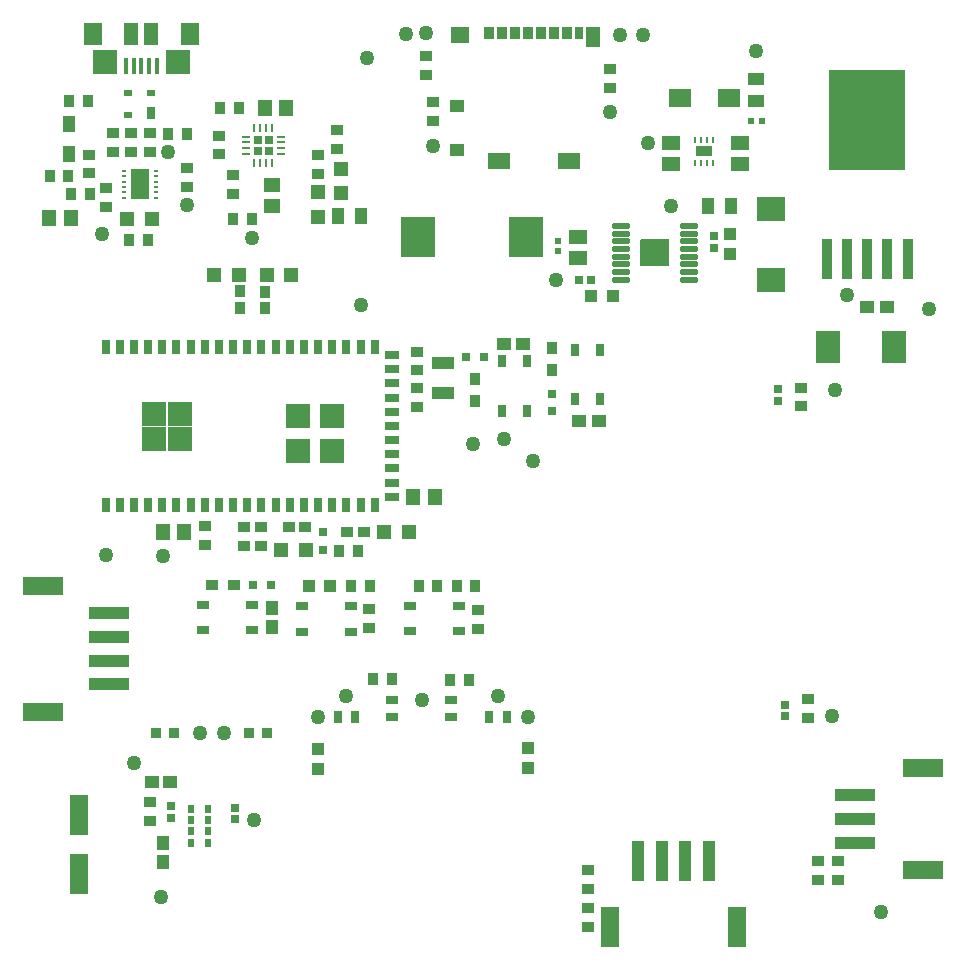
<source format=gtp>
G04*
G04 #@! TF.GenerationSoftware,Altium Limited,Altium Designer,21.6.1 (37)*
G04*
G04 Layer_Color=8421504*
%FSLAX25Y25*%
%MOIN*%
G70*
G04*
G04 #@! TF.SameCoordinates,A589890F-C11B-4762-821C-4EDD3E5BB286*
G04*
G04*
G04 #@! TF.FilePolarity,Positive*
G04*
G01*
G75*
%ADD19R,0.05772X0.03362*%
%ADD20R,0.02756X0.02756*%
%ADD21R,0.02756X0.02756*%
%ADD22R,0.02756X0.02756*%
%ADD23R,0.02047X0.02205*%
%ADD24R,0.03800X0.13800*%
%ADD25R,0.25800X0.33300*%
%ADD26R,0.03937X0.03543*%
%ADD27R,0.02559X0.02559*%
%ADD28R,0.04724X0.04724*%
%ADD29C,0.05000*%
G04:AMPARAMS|DCode=30|XSize=9.84mil|YSize=19.68mil|CornerRadius=1.97mil|HoleSize=0mil|Usage=FLASHONLY|Rotation=180.000|XOffset=0mil|YOffset=0mil|HoleType=Round|Shape=RoundedRectangle|*
%AMROUNDEDRECTD30*
21,1,0.00984,0.01575,0,0,180.0*
21,1,0.00591,0.01968,0,0,180.0*
1,1,0.00394,-0.00295,0.00787*
1,1,0.00394,0.00295,0.00787*
1,1,0.00394,0.00295,-0.00787*
1,1,0.00394,-0.00295,-0.00787*
%
%ADD30ROUNDEDRECTD30*%
G04:AMPARAMS|DCode=31|XSize=59.06mil|YSize=17.72mil|CornerRadius=1.95mil|HoleSize=0mil|Usage=FLASHONLY|Rotation=0.000|XOffset=0mil|YOffset=0mil|HoleType=Round|Shape=RoundedRectangle|*
%AMROUNDEDRECTD31*
21,1,0.05906,0.01382,0,0,0.0*
21,1,0.05516,0.01772,0,0,0.0*
1,1,0.00390,0.02758,-0.00691*
1,1,0.00390,-0.02758,-0.00691*
1,1,0.00390,-0.02758,0.00691*
1,1,0.00390,0.02758,0.00691*
%
%ADD31ROUNDEDRECTD31*%
%ADD32R,0.06299X0.13780*%
%ADD33R,0.07480X0.04331*%
%ADD34R,0.02362X0.02835*%
%ADD35O,0.03150X0.00906*%
%ADD36O,0.00906X0.03150*%
%ADD37R,0.04528X0.04134*%
%ADD38R,0.04331X0.04331*%
%ADD39R,0.03543X0.03937*%
%ADD40R,0.02559X0.02559*%
%ADD41R,0.03150X0.03937*%
%ADD42R,0.03937X0.03150*%
%ADD43R,0.03740X0.03740*%
%ADD44R,0.02165X0.02165*%
%ADD45R,0.04134X0.04528*%
%ADD46R,0.03961X0.03773*%
%ADD47R,0.05512X0.04134*%
%ADD48R,0.04134X0.05512*%
%ADD49R,0.03773X0.03961*%
%ADD50R,0.13780X0.03937*%
%ADD51R,0.13386X0.05906*%
%ADD52R,0.07480X0.06299*%
%ADD53R,0.11221X0.13780*%
%ADD54R,0.03937X0.13780*%
%ADD55R,0.05906X0.13386*%
%ADD56R,0.13386X0.05906*%
%ADD57R,0.03937X0.05512*%
%ADD58R,0.03150X0.03150*%
%ADD59R,0.04724X0.04724*%
%ADD60R,0.03985X0.04952*%
%ADD61R,0.04952X0.03985*%
%ADD62R,0.06024X0.04764*%
%ADD63R,0.03937X0.04331*%
%ADD64R,0.05709X0.04528*%
%ADD65R,0.04528X0.05709*%
%ADD66R,0.07874X0.10630*%
%ADD67R,0.09173X0.07835*%
%ADD68R,0.02953X0.03150*%
%ADD69R,0.03150X0.02953*%
%ADD70R,0.04134X0.02559*%
%ADD71R,0.02559X0.04134*%
%ADD72R,0.04724X0.07480*%
%ADD73R,0.06299X0.07480*%
%ADD74R,0.08268X0.07874*%
%ADD75R,0.01575X0.05315*%
%ADD76R,0.02756X0.02362*%
%ADD77R,0.02756X0.03937*%
%ADD78R,0.07874X0.07874*%
%ADD79R,0.04724X0.02756*%
%ADD80R,0.02756X0.04724*%
%ADD81R,0.01575X0.00984*%
%ADD82R,0.06299X0.09843*%
%ADD83R,0.07480X0.05315*%
%ADD84R,0.04724X0.03937*%
%ADD85R,0.06102X0.05315*%
%ADD86R,0.03347X0.04331*%
%ADD87R,0.02953X0.04331*%
%ADD88R,0.04606X0.07087*%
G36*
X210357Y230512D02*
Y239212D01*
Y239252D01*
X210387Y239324D01*
X210443Y239379D01*
X210515Y239409D01*
X210554D01*
D01*
X219846D01*
X219885D01*
X219957Y239379D01*
X220012Y239324D01*
X220042Y239252D01*
Y239212D01*
D01*
Y230512D01*
Y230473D01*
X220012Y230400D01*
X219957Y230345D01*
X219885Y230315D01*
X219846D01*
D01*
X210554D01*
X210515D01*
X210443Y230345D01*
X210387Y230400D01*
X210357Y230473D01*
Y230512D01*
D01*
D02*
G37*
D19*
X231600Y268701D02*
D03*
D20*
X82849Y272455D02*
D03*
X82849Y268912D02*
D03*
D21*
X86393Y272455D02*
D03*
D22*
Y268912D02*
D03*
D23*
X182823Y235326D02*
D03*
Y238869D02*
D03*
D24*
X272600Y232650D02*
D03*
X279300D02*
D03*
X286000D02*
D03*
X292700D02*
D03*
X299400D02*
D03*
D25*
X286000Y279100D02*
D03*
D26*
X266200Y79682D02*
D03*
Y85981D02*
D03*
X264000Y183650D02*
D03*
Y189950D02*
D03*
X138850Y294059D02*
D03*
Y300358D02*
D03*
X276300Y25824D02*
D03*
Y32124D02*
D03*
X269700Y25951D02*
D03*
Y32250D02*
D03*
X192800Y10250D02*
D03*
Y16550D02*
D03*
X192800Y28974D02*
D03*
Y22675D02*
D03*
X74721Y124192D02*
D03*
X67635D02*
D03*
X47000Y51749D02*
D03*
Y45450D02*
D03*
X74651Y260860D02*
D03*
Y254561D02*
D03*
X102931Y267475D02*
D03*
Y261176D02*
D03*
X109100Y269502D02*
D03*
Y275802D02*
D03*
X141100Y285018D02*
D03*
Y278719D02*
D03*
X84033Y137250D02*
D03*
Y143550D02*
D03*
X65136Y137350D02*
D03*
Y143650D02*
D03*
X78361Y137250D02*
D03*
Y143550D02*
D03*
X59313Y262987D02*
D03*
Y256688D02*
D03*
X69833Y267641D02*
D03*
Y273940D02*
D03*
X120000Y116149D02*
D03*
Y109850D02*
D03*
X200300Y296150D02*
D03*
Y289850D02*
D03*
X135800Y201971D02*
D03*
Y195672D02*
D03*
X135800Y183449D02*
D03*
Y189748D02*
D03*
X156300Y109550D02*
D03*
Y115849D02*
D03*
X26649Y267635D02*
D03*
Y261336D02*
D03*
X34515Y274690D02*
D03*
Y268391D02*
D03*
X32065Y250132D02*
D03*
Y256432D02*
D03*
X46900Y274690D02*
D03*
Y268391D02*
D03*
X40400Y274690D02*
D03*
Y268391D02*
D03*
D27*
X258526Y84268D02*
D03*
Y80331D02*
D03*
X256126Y185432D02*
D03*
Y189368D02*
D03*
X53900Y46431D02*
D03*
Y50368D02*
D03*
X234800Y236432D02*
D03*
Y240369D02*
D03*
X75200Y46031D02*
D03*
Y49968D02*
D03*
D28*
X47619Y246100D02*
D03*
X39351D02*
D03*
X90714Y135847D02*
D03*
X98982D02*
D03*
X124977Y141700D02*
D03*
X133245D02*
D03*
X85733Y227600D02*
D03*
X94001D02*
D03*
X68175Y227600D02*
D03*
X76443D02*
D03*
D29*
X306600Y216000D02*
D03*
X117140Y217534D02*
D03*
X50552Y20200D02*
D03*
X81531Y45809D02*
D03*
X112380Y87300D02*
D03*
X162800D02*
D03*
X41514Y64831D02*
D03*
X275300Y189269D02*
D03*
X274327Y80416D02*
D03*
X279300Y220700D02*
D03*
X102931Y80047D02*
D03*
X173000Y80047D02*
D03*
X137600Y85953D02*
D03*
X119200Y299709D02*
D03*
X220613Y250538D02*
D03*
X248952Y302128D02*
D03*
X63498Y74851D02*
D03*
X71400Y74700D02*
D03*
X212900Y271618D02*
D03*
X182323Y225905D02*
D03*
X174700Y165600D02*
D03*
X164841Y172687D02*
D03*
X154700Y171200D02*
D03*
X32065Y134092D02*
D03*
X51260Y133900D02*
D03*
X138850Y308026D02*
D03*
X211263Y307557D02*
D03*
X203700D02*
D03*
X132200Y307800D02*
D03*
X141100Y270505D02*
D03*
X200300Y281948D02*
D03*
X80841Y239826D02*
D03*
X59313Y250930D02*
D03*
X290700Y15100D02*
D03*
X53013Y268390D02*
D03*
X30900Y241100D02*
D03*
D30*
X228647Y272442D02*
D03*
X230615D02*
D03*
X232584D02*
D03*
X234552D02*
D03*
Y264961D02*
D03*
X232584D02*
D03*
X230615D02*
D03*
X228647D02*
D03*
D31*
X226617Y243819D02*
D03*
Y241260D02*
D03*
Y238701D02*
D03*
Y236142D02*
D03*
Y233583D02*
D03*
Y231024D02*
D03*
Y228464D02*
D03*
Y225905D02*
D03*
X203783D02*
D03*
Y228464D02*
D03*
Y231024D02*
D03*
Y233583D02*
D03*
Y236142D02*
D03*
Y238701D02*
D03*
Y241260D02*
D03*
Y243819D02*
D03*
D32*
X23200Y47343D02*
D03*
Y27658D02*
D03*
D33*
X144600Y198121D02*
D03*
Y188279D02*
D03*
D34*
X66056Y38172D02*
D03*
Y41991D02*
D03*
Y45810D02*
D03*
Y49628D02*
D03*
X60544Y38172D02*
D03*
Y41991D02*
D03*
Y45810D02*
D03*
Y49628D02*
D03*
D35*
X78814Y267730D02*
D03*
Y269699D02*
D03*
Y271668D02*
D03*
Y273636D02*
D03*
X90428D02*
D03*
Y271668D02*
D03*
Y269699D02*
D03*
Y267730D02*
D03*
D36*
X81668Y276490D02*
D03*
X83637D02*
D03*
X85605D02*
D03*
X87574D02*
D03*
Y264876D02*
D03*
X85605D02*
D03*
X83637D02*
D03*
X81668D02*
D03*
D37*
X286052Y216900D02*
D03*
X292548D02*
D03*
X196436Y178648D02*
D03*
X189940D02*
D03*
X171337Y204570D02*
D03*
X164841D02*
D03*
D38*
X99957Y123753D02*
D03*
X107043D02*
D03*
X201075Y220500D02*
D03*
X193988D02*
D03*
D39*
X113925Y123753D02*
D03*
X120224D02*
D03*
X153349Y92632D02*
D03*
X147050D02*
D03*
X121301Y92732D02*
D03*
X127600D02*
D03*
X180788Y203020D02*
D03*
Y195934D02*
D03*
X155304Y185552D02*
D03*
Y192639D02*
D03*
X76649Y283000D02*
D03*
X70350D02*
D03*
X142701Y123653D02*
D03*
X136401D02*
D03*
X155357Y123653D02*
D03*
X149058D02*
D03*
X109950Y135547D02*
D03*
X116250D02*
D03*
X74542Y246001D02*
D03*
X80841D02*
D03*
X26728Y254561D02*
D03*
X20428D02*
D03*
X40050Y239000D02*
D03*
X46350D02*
D03*
X59313Y274402D02*
D03*
X53013D02*
D03*
X13401Y260394D02*
D03*
X19700D02*
D03*
X19850Y285308D02*
D03*
X26150D02*
D03*
D40*
X193901Y225712D02*
D03*
X189964D02*
D03*
D41*
X109427Y80200D02*
D03*
X115333D02*
D03*
X165753Y80200D02*
D03*
X159847D02*
D03*
D42*
X147200Y80047D02*
D03*
Y85953D02*
D03*
X127700Y80047D02*
D03*
Y85953D02*
D03*
D43*
X85762Y74700D02*
D03*
X79856D02*
D03*
X54753Y74800D02*
D03*
X48847D02*
D03*
D44*
X247181Y278645D02*
D03*
X250724D02*
D03*
D45*
X87500Y116548D02*
D03*
Y110052D02*
D03*
D46*
X93197Y143550D02*
D03*
X98717D02*
D03*
X112644Y141700D02*
D03*
X118165D02*
D03*
D47*
X248952Y292942D02*
D03*
Y285462D02*
D03*
D48*
X117140Y247000D02*
D03*
X109660D02*
D03*
X232990Y250538D02*
D03*
X240470D02*
D03*
D49*
X85318Y221960D02*
D03*
Y216440D02*
D03*
X76727Y222060D02*
D03*
Y216540D02*
D03*
D50*
X281981Y53974D02*
D03*
Y46100D02*
D03*
Y38226D02*
D03*
X33100Y91026D02*
D03*
Y98900D02*
D03*
Y106774D02*
D03*
Y114648D02*
D03*
D51*
X304619Y28974D02*
D03*
Y63226D02*
D03*
D52*
X239723Y286342D02*
D03*
X223581D02*
D03*
D53*
X136317Y240030D02*
D03*
X172144D02*
D03*
D54*
X209526Y32050D02*
D03*
X217400D02*
D03*
X225274D02*
D03*
X233148D02*
D03*
D55*
X200274Y10200D02*
D03*
X242400D02*
D03*
D56*
X11250Y81774D02*
D03*
Y123900D02*
D03*
D57*
X19850Y277958D02*
D03*
Y267722D02*
D03*
D58*
X104500Y135847D02*
D03*
Y141753D02*
D03*
D59*
X102931Y246796D02*
D03*
Y255064D02*
D03*
X110675Y254685D02*
D03*
Y262953D02*
D03*
D60*
X51260Y31940D02*
D03*
Y38060D02*
D03*
D61*
X47540Y58500D02*
D03*
X53660D02*
D03*
D62*
X243510Y271618D02*
D03*
Y264603D02*
D03*
X220614Y271618D02*
D03*
Y264603D02*
D03*
X189500Y233154D02*
D03*
Y240170D02*
D03*
D63*
X240300Y234416D02*
D03*
Y241109D02*
D03*
X102900Y62754D02*
D03*
Y69446D02*
D03*
X173000Y63254D02*
D03*
Y69946D02*
D03*
D64*
X87573Y257517D02*
D03*
Y250430D02*
D03*
D65*
X92301Y283000D02*
D03*
X85214D02*
D03*
X141793Y153528D02*
D03*
X134706D02*
D03*
X51209Y141964D02*
D03*
X58296D02*
D03*
X20425Y246501D02*
D03*
X13339D02*
D03*
D66*
X272976Y203600D02*
D03*
X295024D02*
D03*
D67*
X253800Y249412D02*
D03*
Y225712D02*
D03*
D68*
X180788Y181995D02*
D03*
Y187901D02*
D03*
D69*
X152351Y200119D02*
D03*
X158256D02*
D03*
X87054Y124192D02*
D03*
X81149D02*
D03*
D70*
X113970Y117034D02*
D03*
X97631D02*
D03*
Y108570D02*
D03*
X113970D02*
D03*
X64616Y117454D02*
D03*
X80955D02*
D03*
Y108990D02*
D03*
X64616D02*
D03*
X149969Y108668D02*
D03*
X133631D02*
D03*
Y117132D02*
D03*
X149969D02*
D03*
D71*
X196989Y186200D02*
D03*
Y202539D02*
D03*
X188524D02*
D03*
Y186200D02*
D03*
X172536Y182301D02*
D03*
Y198639D02*
D03*
X164071D02*
D03*
Y182301D02*
D03*
D72*
X47305Y307740D02*
D03*
X40612D02*
D03*
D73*
X60100D02*
D03*
X27817D02*
D03*
D74*
X56163Y298488D02*
D03*
X31754D02*
D03*
D75*
X49076Y297209D02*
D03*
X46517D02*
D03*
X43958D02*
D03*
X41399D02*
D03*
X38840D02*
D03*
D76*
X39451Y280653D02*
D03*
Y288133D02*
D03*
X47325D02*
D03*
D77*
Y281440D02*
D03*
D78*
X48108Y181278D02*
D03*
X56841D02*
D03*
X48108Y172687D02*
D03*
X56841D02*
D03*
X96360Y180467D02*
D03*
X107600D02*
D03*
X96360Y168955D02*
D03*
X107600D02*
D03*
D79*
X127502Y158252D02*
D03*
Y200772D02*
D03*
Y196047D02*
D03*
Y191323D02*
D03*
Y186598D02*
D03*
Y181874D02*
D03*
Y177150D02*
D03*
Y172425D02*
D03*
Y167701D02*
D03*
Y162976D02*
D03*
Y153528D02*
D03*
D80*
X32065Y203543D02*
D03*
X36789D02*
D03*
X41514D02*
D03*
X46238D02*
D03*
X50963D02*
D03*
X55687D02*
D03*
X60411D02*
D03*
X65136D02*
D03*
X69860D02*
D03*
X74585D02*
D03*
X79309D02*
D03*
X84033D02*
D03*
X88758D02*
D03*
X93482D02*
D03*
X98207D02*
D03*
X102931D02*
D03*
X107656D02*
D03*
X112380D02*
D03*
X117104D02*
D03*
X121829D02*
D03*
Y150787D02*
D03*
X117104D02*
D03*
X112380D02*
D03*
X107656D02*
D03*
X102931D02*
D03*
X98207D02*
D03*
X93482D02*
D03*
X88758D02*
D03*
X84033D02*
D03*
X79309D02*
D03*
X74585D02*
D03*
X69860D02*
D03*
X65136D02*
D03*
X60411D02*
D03*
X55687D02*
D03*
X50963D02*
D03*
X46238D02*
D03*
X41514D02*
D03*
X36789D02*
D03*
X32065D02*
D03*
D81*
X38170Y262140D02*
D03*
Y260369D02*
D03*
Y258597D02*
D03*
Y256825D02*
D03*
Y255054D02*
D03*
Y253282D02*
D03*
X48800D02*
D03*
Y255054D02*
D03*
Y256825D02*
D03*
Y258597D02*
D03*
Y260369D02*
D03*
Y262140D02*
D03*
D82*
X43485Y257711D02*
D03*
D83*
X186656Y265431D02*
D03*
X163152D02*
D03*
D84*
X149372Y283837D02*
D03*
Y269270D02*
D03*
D85*
X150061Y307557D02*
D03*
D86*
X159746Y308049D02*
D03*
X164077D02*
D03*
X168407D02*
D03*
X172738D02*
D03*
X177069D02*
D03*
X181400D02*
D03*
X185730D02*
D03*
D87*
X189864D02*
D03*
D88*
X194628Y306671D02*
D03*
M02*

</source>
